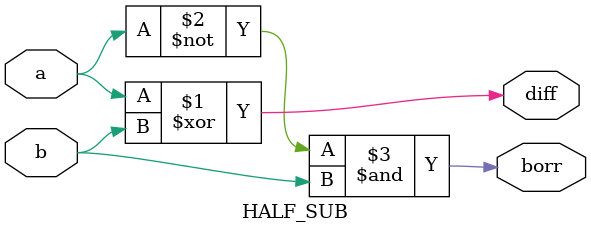
<source format=v>
module HALF_SUB(diff,borr,a,b);
input a,b;
output diff,borr;
xor(diff,a,b);
and(borr,~a,b);
endmodule

</source>
